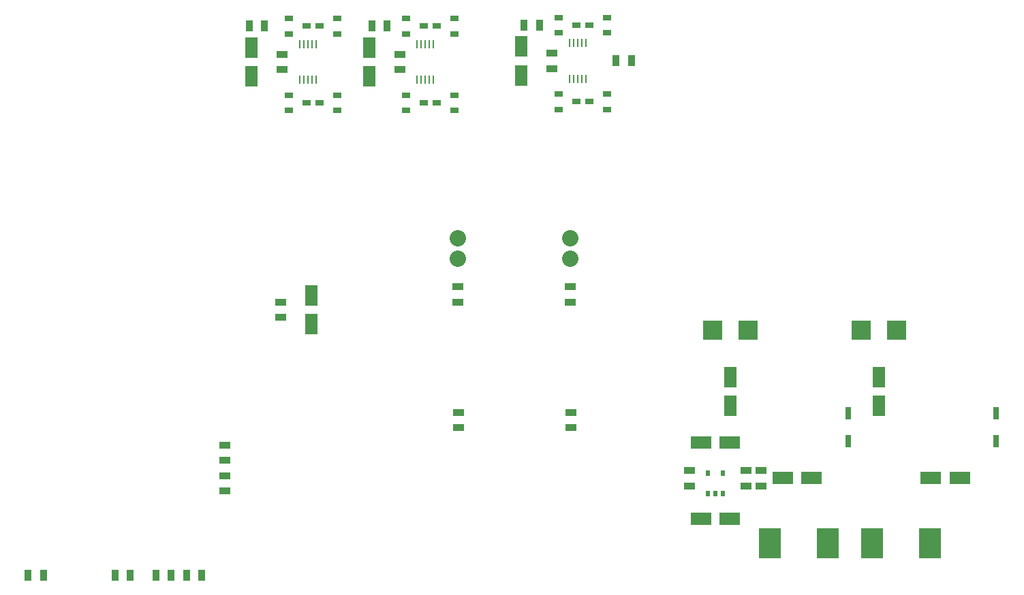
<source format=gtp>
G04 (created by PCBNEW (2013-07-07 BZR 4022)-stable) date 07/05/2015 17:00:17*
%MOIN*%
G04 Gerber Fmt 3.4, Leading zero omitted, Abs format*
%FSLAX34Y34*%
G01*
G70*
G90*
G04 APERTURE LIST*
%ADD10C,0.00590551*%
%ADD11R,0.0394X0.0315*%
%ADD12R,0.055X0.035*%
%ADD13R,0.035X0.055*%
%ADD14R,0.0106X0.0394*%
%ADD15C,0.08*%
%ADD16R,0.063X0.1024*%
%ADD17R,0.02X0.03*%
%ADD18R,0.0314X0.0629*%
%ADD19R,0.1024X0.063*%
%ADD20R,0.0944X0.0944*%
%ADD21R,0.11X0.15*%
G04 APERTURE END LIST*
G54D10*
G54D11*
X28900Y6782D03*
X28034Y6407D03*
X28034Y7157D03*
X29534Y6782D03*
X30400Y7157D03*
X30400Y6407D03*
X23150Y3032D03*
X22284Y2657D03*
X22284Y3407D03*
X23784Y3032D03*
X24650Y3407D03*
X24650Y2657D03*
X23784Y6782D03*
X24650Y7157D03*
X24650Y6407D03*
X23150Y6782D03*
X22284Y6407D03*
X22284Y7157D03*
X36350Y3082D03*
X35484Y2707D03*
X35484Y3457D03*
X36984Y3082D03*
X37850Y3457D03*
X37850Y2707D03*
X36984Y6832D03*
X37850Y7207D03*
X37850Y6457D03*
X36350Y6832D03*
X35484Y6457D03*
X35484Y7207D03*
X29534Y3032D03*
X30400Y3407D03*
X30400Y2657D03*
X28900Y3032D03*
X28034Y2657D03*
X28034Y3407D03*
G54D12*
X36050Y-5975D03*
X36050Y-6725D03*
G54D13*
X26342Y6782D03*
X27092Y6782D03*
G54D12*
X27717Y5407D03*
X27717Y4657D03*
X36100Y-12875D03*
X36100Y-12125D03*
X30600Y-12875D03*
X30600Y-12125D03*
X19150Y-15225D03*
X19150Y-15975D03*
X19150Y-14475D03*
X19150Y-13725D03*
X30550Y-5975D03*
X30550Y-6725D03*
G54D13*
X20342Y6782D03*
X21092Y6782D03*
G54D12*
X21900Y-6725D03*
X21900Y-7475D03*
G54D13*
X38292Y5082D03*
X39042Y5082D03*
G54D12*
X21967Y5407D03*
X21967Y4657D03*
G54D13*
X16525Y-20100D03*
X15775Y-20100D03*
G54D12*
X35167Y5457D03*
X35167Y4707D03*
G54D13*
X33792Y6832D03*
X34542Y6832D03*
X18025Y-20100D03*
X17275Y-20100D03*
X14525Y-20100D03*
X13775Y-20100D03*
X10275Y-20100D03*
X9525Y-20100D03*
G54D14*
X36017Y4207D03*
X36217Y4207D03*
X36417Y4207D03*
X36617Y4207D03*
X36817Y4207D03*
X36817Y5957D03*
X36617Y5957D03*
X36417Y5957D03*
X36217Y5957D03*
X36017Y5957D03*
X28567Y4157D03*
X28767Y4157D03*
X28967Y4157D03*
X29167Y4157D03*
X29367Y4157D03*
X29367Y5907D03*
X29167Y5907D03*
X28967Y5907D03*
X28767Y5907D03*
X28567Y5907D03*
X22817Y4157D03*
X23017Y4157D03*
X23217Y4157D03*
X23417Y4157D03*
X23617Y4157D03*
X23617Y5907D03*
X23417Y5907D03*
X23217Y5907D03*
X23017Y5907D03*
X22817Y5907D03*
G54D15*
X30550Y-3600D03*
X30550Y-4600D03*
X36050Y-3600D03*
X36050Y-4600D03*
G54D16*
X26217Y5741D03*
X26217Y4323D03*
X20467Y5741D03*
X20467Y4323D03*
X23400Y-6391D03*
X23400Y-7809D03*
X33667Y5791D03*
X33667Y4373D03*
G54D17*
X42775Y-16100D03*
X43525Y-16100D03*
X42775Y-15100D03*
X43150Y-16100D03*
X43525Y-15100D03*
G54D18*
X56900Y-12181D03*
X56900Y-13519D03*
G54D12*
X44650Y-14975D03*
X44650Y-15725D03*
G54D16*
X51150Y-10391D03*
X51150Y-11809D03*
G54D19*
X43859Y-17350D03*
X42441Y-17350D03*
G54D20*
X43034Y-8100D03*
X44766Y-8100D03*
X50284Y-8100D03*
X52016Y-8100D03*
G54D19*
X43859Y-13600D03*
X42441Y-13600D03*
G54D12*
X45400Y-14975D03*
X45400Y-15725D03*
X41900Y-14975D03*
X41900Y-15725D03*
G54D19*
X47859Y-15350D03*
X46441Y-15350D03*
G54D16*
X43900Y-10391D03*
X43900Y-11809D03*
G54D19*
X55109Y-15350D03*
X53691Y-15350D03*
G54D18*
X49650Y-12181D03*
X49650Y-13519D03*
G54D21*
X48650Y-18550D03*
X45840Y-18550D03*
X53650Y-18550D03*
X50840Y-18550D03*
M02*

</source>
